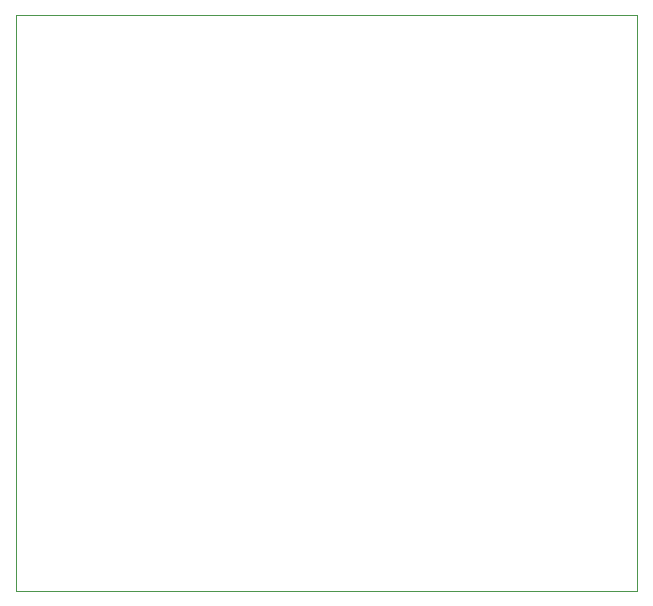
<source format=gbr>
G04 #@! TF.GenerationSoftware,KiCad,Pcbnew,5.1.9*
G04 #@! TF.CreationDate,2021-03-23T19:43:02+01:00*
G04 #@! TF.ProjectId,dwm1001-devboard,64776d31-3030-4312-9d64-6576626f6172,1*
G04 #@! TF.SameCoordinates,Original*
G04 #@! TF.FileFunction,Profile,NP*
%FSLAX46Y46*%
G04 Gerber Fmt 4.6, Leading zero omitted, Abs format (unit mm)*
G04 Created by KiCad (PCBNEW 5.1.9) date 2021-03-23 19:43:02*
%MOMM*%
%LPD*%
G01*
G04 APERTURE LIST*
G04 #@! TA.AperFunction,Profile*
%ADD10C,0.100000*%
G04 #@! TD*
G04 APERTURE END LIST*
D10*
X161036000Y-63500000D02*
X161036000Y-112268000D01*
X108458000Y-63500000D02*
X161036000Y-63500000D01*
X108458000Y-112268000D02*
X108458000Y-63500000D01*
X161036000Y-112268000D02*
X108458000Y-112268000D01*
M02*

</source>
